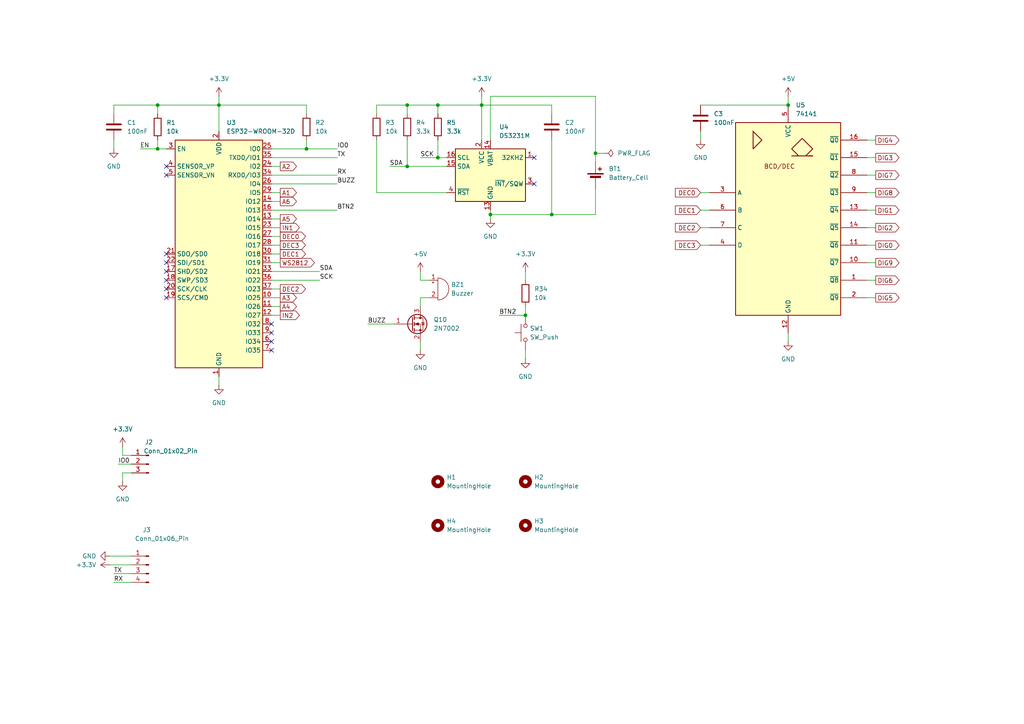
<source format=kicad_sch>
(kicad_sch (version 20231120) (generator "eeschema") (generator_version "8.0")
  (paper "A4")
  (lib_symbols
    (symbol "74xx_IEEE:74141"
      (property "Reference" "U" (at 0 0 0))
      (property "Value" "74141" (at 15.24 -30.48 0))
      (symbol "74141_0_0"
        (polyline (pts (xy 7.112 18.288) (xy 6.096 18.288) (xy 6.096 18.288)) (stroke (width 0.254)) (fill (type background)))
        (polyline (pts (xy -10.16 25.4) (xy -10.16 20.32) (xy -7.62 22.86) (xy -10.16 25.4) (xy -10.16 25.4)) (stroke (width 0.254)) (fill (type background)))
        (polyline (pts (xy 5.08 18.288) (xy 7.112 20.32) (xy 4.064 23.368) (xy 1.016 20.32) (xy 3.048 18.288) (xy 1.016 18.288) (xy 7.112 18.288)) (stroke (width 0.254)) (fill (type background)))
        (text "BCD/DEC" (at -2.54 15.24 0) (effects (font (size 1.27 1.27))))
        (pin power_in line (at 0 -33.02 90) (length 5.08) (name "GND") (number "12"))
        (pin power_in line (at 0 33.02 270) (length 5.08) (name "VCC") (number "5"))
      )
      (symbol "74141_0_1"
        (rectangle (start -15.24 27.94) (end 15.24 -27.94) (stroke (width 0.254)) (fill (type background)))
      )
      (symbol "74141_1_1"
        (pin open_collector line (at 22.86 -17.78 180) (length 7.62) (name "~{Q8}") (number "1"))
        (pin open_collector line (at 22.86 -12.7 180) (length 7.62) (name "~{Q7}") (number "10"))
        (pin open_collector line (at 22.86 -7.62 180) (length 7.62) (name "~{Q6}") (number "11"))
        (pin open_collector line (at 22.86 2.54 180) (length 7.62) (name "~{Q4}") (number "13"))
        (pin open_collector line (at 22.86 -2.54 180) (length 7.62) (name "~{Q5}") (number "14"))
        (pin open_collector line (at 22.86 17.78 180) (length 7.62) (name "~{Q1}") (number "15"))
        (pin open_collector line (at 22.86 22.86 180) (length 7.62) (name "~{Q0}") (number "16"))
        (pin open_collector line (at 22.86 -22.86 180) (length 7.62) (name "~{Q9}") (number "2"))
        (pin input line (at -22.86 7.62 0) (length 7.62) (name "A") (number "3"))
        (pin input line (at -22.86 -7.62 0) (length 7.62) (name "D") (number "4"))
        (pin input line (at -22.86 2.54 0) (length 7.62) (name "B") (number "6"))
        (pin input line (at -22.86 -2.54 0) (length 7.62) (name "C") (number "7"))
        (pin open_collector line (at 22.86 12.7 180) (length 7.62) (name "~{Q2}") (number "8"))
        (pin open_collector line (at 22.86 7.62 180) (length 7.62) (name "~{Q3}") (number "9"))
      )
    )
    (symbol "Connector:Conn_01x03_Pin" (pin_names (offset 1.016) hide)
      (property "Reference" "J" (at 0 5.08 0))
      (property "Value" "Conn_01x03_Pin" (at 0 -5.08 0))
      (symbol "Conn_01x03_Pin_1_1"
        (polyline (pts (xy 1.27 -2.54) (xy 0.8636 -2.54)) (stroke (width 0.1524)))
        (polyline (pts (xy 1.27 0) (xy 0.8636 0)) (stroke (width 0.1524)))
        (polyline (pts (xy 1.27 2.54) (xy 0.8636 2.54)) (stroke (width 0.1524)))
        (rectangle (start 0.8636 -2.413) (end 0 -2.667) (stroke (width 0.1524)) (fill (type outline)))
        (rectangle (start 0.8636 0.127) (end 0 -0.127) (stroke (width 0.1524)) (fill (type outline)))
        (rectangle (start 0.8636 2.667) (end 0 2.413) (stroke (width 0.1524)) (fill (type outline)))
        (pin passive line (at 5.08 2.54 180) (length 3.81) (name "Pin_1") (number "1"))
        (pin passive line (at 5.08 0 180) (length 3.81) (name "Pin_2") (number "2"))
        (pin passive line (at 5.08 -2.54 180) (length 3.81) (name "Pin_3") (number "3"))
      )
    )
    (symbol "Connector:Conn_01x04_Pin" (pin_names (offset 1.016) hide)
      (property "Reference" "J" (at 0 5.08 0))
      (property "Value" "Conn_01x04_Pin" (at 0 -7.62 0))
      (symbol "Conn_01x04_Pin_1_1"
        (polyline (pts (xy 1.27 -5.08) (xy 0.8636 -5.08)) (stroke (width 0.1524)))
        (polyline (pts (xy 1.27 -2.54) (xy 0.8636 -2.54)) (stroke (width 0.1524)))
        (polyline (pts (xy 1.27 0) (xy 0.8636 0)) (stroke (width 0.1524)))
        (polyline (pts (xy 1.27 2.54) (xy 0.8636 2.54)) (stroke (width 0.1524)))
        (rectangle (start 0.8636 -4.953) (end 0 -5.207) (stroke (width 0.1524)) (fill (type outline)))
        (rectangle (start 0.8636 -2.413) (end 0 -2.667) (stroke (width 0.1524)) (fill (type outline)))
        (rectangle (start 0.8636 0.127) (end 0 -0.127) (stroke (width 0.1524)) (fill (type outline)))
        (rectangle (start 0.8636 2.667) (end 0 2.413) (stroke (width 0.1524)) (fill (type outline)))
        (pin passive line (at 5.08 2.54 180) (length 3.81) (name "Pin_1") (number "1"))
        (pin passive line (at 5.08 0 180) (length 3.81) (name "Pin_2") (number "2"))
        (pin passive line (at 5.08 -2.54 180) (length 3.81) (name "Pin_3") (number "3"))
        (pin passive line (at 5.08 -5.08 180) (length 3.81) (name "Pin_4") (number "4"))
      )
    )
    (symbol "Device:Battery_Cell" (pin_numbers hide) (pin_names (offset 0) hide)
      (property "Reference" "BT" (at 2.54 2.54 0))
      (property "Value" "Battery_Cell" (at 2.54 0 0))
      (symbol "Battery_Cell_0_1"
        (rectangle (start -2.286 1.778) (end 2.286 1.524) (fill (type outline)))
        (rectangle (start -1.524 1.016) (end 1.524 0.508) (fill (type outline)))
        (polyline (pts (xy 0 0.762) (xy 0 0)))
        (polyline (pts (xy 0 1.778) (xy 0 2.54)))
        (polyline (pts (xy 0.762 3.048) (xy 1.778 3.048)) (stroke (width 0.254)))
        (polyline (pts (xy 1.27 3.556) (xy 1.27 2.54)) (stroke (width 0.254)))
      )
      (symbol "Battery_Cell_1_1"
        (pin passive line (at 0 5.08 270) (length 2.54) (name "+") (number "1"))
        (pin passive line (at 0 -2.54 90) (length 2.54) (name "-") (number "2"))
      )
    )
    (symbol "Device:Buzzer" (pin_names (offset 0.0254) hide)
      (property "Reference" "BZ" (at 3.81 1.27 0))
      (property "Value" "Buzzer" (at 3.81 -1.27 0))
      (symbol "Buzzer_0_1"
        (arc (start 0 -3.175) (mid 3.1612 0) (end 0 3.175))
        (polyline (pts (xy -1.651 1.905) (xy -1.143 1.905)))
        (polyline (pts (xy -1.397 2.159) (xy -1.397 1.651)))
        (polyline (pts (xy 0 3.175) (xy 0 -3.175)))
      )
      (symbol "Buzzer_1_1"
        (pin passive line (at -2.54 2.54 0) (length 2.54) (name "+") (number "1"))
        (pin passive line (at -2.54 -2.54 0) (length 2.54) (name "-") (number "2"))
      )
    )
    (symbol "Device:C" (pin_numbers hide) (pin_names (offset 0.254))
      (property "Reference" "C" (at 0.635 2.54 0))
      (property "Value" "C" (at 0.635 -2.54 0))
      (symbol "C_0_1"
        (polyline (pts (xy -2.032 -0.762) (xy 2.032 -0.762)) (stroke (width 0.508)))
        (polyline (pts (xy -2.032 0.762) (xy 2.032 0.762)) (stroke (width 0.508)))
      )
      (symbol "C_1_1"
        (pin passive line (at 0 3.81 270) (length 2.794) (name "~") (number "1"))
        (pin passive line (at 0 -3.81 90) (length 2.794) (name "~") (number "2"))
      )
    )
    (symbol "Device:R" (pin_numbers hide) (pin_names (offset 0))
      (property "Reference" "R" (at 2.032 0 90))
      (property "Value" "R" (at 0 0 90))
      (symbol "R_0_1"
        (rectangle (start -1.016 -2.54) (end 1.016 2.54) (stroke (width 0.254)))
      )
      (symbol "R_1_1"
        (pin passive line (at 0 3.81 270) (length 1.27) (name "~") (number "1"))
        (pin passive line (at 0 -3.81 90) (length 1.27) (name "~") (number "2"))
      )
    )
    (symbol "Mechanical:MountingHole" (pin_names (offset 1.016))
      (property "Reference" "H" (at 0 5.08 0))
      (property "Value" "MountingHole" (at 0 3.175 0))
      (symbol "MountingHole_0_1"
        (circle (center 0 0) (radius 1.27) (stroke (width 1.27)))
      )
    )
    (symbol "RF_Module:ESP32-WROOM-32D"
      (property "Reference" "U" (at -12.7 34.29 0))
      (property "Value" "ESP32-WROOM-32D" (at 1.27 34.29 0))
      (symbol "ESP32-WROOM-32D_0_1"
        (rectangle (start -12.7 33.02) (end 12.7 -33.02) (stroke (width 0.254)) (fill (type background)))
      )
      (symbol "ESP32-WROOM-32D_1_1"
        (pin power_in line (at 0 -35.56 90) (length 2.54) (name "GND") (number "1"))
        (pin bidirectional line (at 15.24 -12.7 180) (length 2.54) (name "IO25") (number "10"))
        (pin bidirectional line (at 15.24 -15.24 180) (length 2.54) (name "IO26") (number "11"))
        (pin bidirectional line (at 15.24 -17.78 180) (length 2.54) (name "IO27") (number "12"))
        (pin bidirectional line (at 15.24 10.16 180) (length 2.54) (name "IO14") (number "13"))
        (pin bidirectional line (at 15.24 15.24 180) (length 2.54) (name "IO12") (number "14"))
        (pin passive line (at 0 -35.56 90) (length 2.54) hide (name "GND") (number "15"))
        (pin bidirectional line (at 15.24 12.7 180) (length 2.54) (name "IO13") (number "16"))
        (pin bidirectional line (at -15.24 -5.08 0) (length 2.54) (name "SHD/SD2") (number "17"))
        (pin bidirectional line (at -15.24 -7.62 0) (length 2.54) (name "SWP/SD3") (number "18"))
        (pin bidirectional line (at -15.24 -12.7 0) (length 2.54) (name "SCS/CMD") (number "19"))
        (pin power_in line (at 0 35.56 270) (length 2.54) (name "VDD") (number "2"))
        (pin bidirectional line (at -15.24 -10.16 0) (length 2.54) (name "SCK/CLK") (number "20"))
        (pin bidirectional line (at -15.24 0 0) (length 2.54) (name "SDO/SD0") (number "21"))
        (pin bidirectional line (at -15.24 -2.54 0) (length 2.54) (name "SDI/SD1") (number "22"))
        (pin bidirectional line (at 15.24 7.62 180) (length 2.54) (name "IO15") (number "23"))
        (pin bidirectional line (at 15.24 25.4 180) (length 2.54) (name "IO2") (number "24"))
        (pin bidirectional line (at 15.24 30.48 180) (length 2.54) (name "IO0") (number "25"))
        (pin bidirectional line (at 15.24 20.32 180) (length 2.54) (name "IO4") (number "26"))
        (pin bidirectional line (at 15.24 5.08 180) (length 2.54) (name "IO16") (number "27"))
        (pin bidirectional line (at 15.24 2.54 180) (length 2.54) (name "IO17") (number "28"))
        (pin bidirectional line (at 15.24 17.78 180) (length 2.54) (name "IO5") (number "29"))
        (pin input line (at -15.24 30.48 0) (length 2.54) (name "EN") (number "3"))
        (pin bidirectional line (at 15.24 0 180) (length 2.54) (name "IO18") (number "30"))
        (pin bidirectional line (at 15.24 -2.54 180) (length 2.54) (name "IO19") (number "31"))
        (pin no_connect line (at -12.7 -27.94 0) (length 2.54) hide (name "NC") (number "32"))
        (pin bidirectional line (at 15.24 -5.08 180) (length 2.54) (name "IO21") (number "33"))
        (pin bidirectional line (at 15.24 22.86 180) (length 2.54) (name "RXD0/IO3") (number "34"))
        (pin bidirectional line (at 15.24 27.94 180) (length 2.54) (name "TXD0/IO1") (number "35"))
        (pin bidirectional line (at 15.24 -7.62 180) (length 2.54) (name "IO22") (number "36"))
        (pin bidirectional line (at 15.24 -10.16 180) (length 2.54) (name "IO23") (number "37"))
        (pin passive line (at 0 -35.56 90) (length 2.54) hide (name "GND") (number "38"))
        (pin passive line (at 0 -35.56 90) (length 2.54) hide (name "GND") (number "39"))
        (pin input line (at -15.24 25.4 0) (length 2.54) (name "SENSOR_VP") (number "4"))
        (pin input line (at -15.24 22.86 0) (length 2.54) (name "SENSOR_VN") (number "5"))
        (pin input line (at 15.24 -25.4 180) (length 2.54) (name "IO34") (number "6"))
        (pin input line (at 15.24 -27.94 180) (length 2.54) (name "IO35") (number "7"))
        (pin bidirectional line (at 15.24 -20.32 180) (length 2.54) (name "IO32") (number "8"))
        (pin bidirectional line (at 15.24 -22.86 180) (length 2.54) (name "IO33") (number "9"))
      )
    )
    (symbol "Switch:SW_Push" (pin_numbers hide) (pin_names (offset 1.016) hide)
      (property "Reference" "SW" (at 1.27 2.54 0))
      (property "Value" "SW_Push" (at 0 -1.524 0))
      (symbol "SW_Push_0_1"
        (circle (center -2.032 0) (radius 0.508))
        (polyline (pts (xy 0 1.27) (xy 0 3.048)))
        (polyline (pts (xy 2.54 1.27) (xy -2.54 1.27)))
        (circle (center 2.032 0) (radius 0.508))
        (pin passive line (at -5.08 0 0) (length 2.54) (name "1") (number "1"))
        (pin passive line (at 5.08 0 180) (length 2.54) (name "2") (number "2"))
      )
    )
    (symbol "Timer_RTC:DS3231M"
      (property "Reference" "U" (at -7.62 8.89 0))
      (property "Value" "DS3231M" (at 10.16 8.89 0))
      (symbol "DS3231M_0_1"
        (rectangle (start -10.16 7.62) (end 10.16 -7.62) (stroke (width 0.254)) (fill (type background)))
      )
      (symbol "DS3231M_1_1"
        (pin open_collector line (at 12.7 5.08 180) (length 2.54) (name "32KHZ") (number "1"))
        (pin passive line (at 0 -10.16 90) (length 2.54) hide (name "GND") (number "10"))
        (pin passive line (at 0 -10.16 90) (length 2.54) hide (name "GND") (number "11"))
        (pin passive line (at 0 -10.16 90) (length 2.54) hide (name "GND") (number "12"))
        (pin power_in line (at 0 -10.16 90) (length 2.54) (name "GND") (number "13"))
        (pin power_in line (at 0 10.16 270) (length 2.54) (name "VBAT") (number "14"))
        (pin bidirectional line (at -12.7 2.54 0) (length 2.54) (name "SDA") (number "15"))
        (pin input line (at -12.7 5.08 0) (length 2.54) (name "SCL") (number "16"))
        (pin power_in line (at -2.54 10.16 270) (length 2.54) (name "VCC") (number "2"))
        (pin open_collector line (at 12.7 -2.54 180) (length 2.54) (name "~{INT}/SQW") (number "3"))
        (pin bidirectional line (at -12.7 -5.08 0) (length 2.54) (name "~{RST}") (number "4"))
        (pin passive line (at 0 -10.16 90) (length 2.54) hide (name "GND") (number "5"))
        (pin passive line (at 0 -10.16 90) (length 2.54) hide (name "GND") (number "6"))
        (pin passive line (at 0 -10.16 90) (length 2.54) hide (name "GND") (number "7"))
        (pin passive line (at 0 -10.16 90) (length 2.54) hide (name "GND") (number "8"))
        (pin passive line (at 0 -10.16 90) (length 2.54) hide (name "GND") (number "9"))
      )
    )
    (symbol "Transistor_FET:2N7002" (pin_names hide)
      (property "Reference" "Q" (at 5.08 1.905 0))
      (property "Value" "2N7002" (at 5.08 0 0))
      (symbol "2N7002_0_1"
        (polyline (pts (xy 0.254 0) (xy -2.54 0)))
        (polyline (pts (xy 0.254 1.905) (xy 0.254 -1.905)) (stroke (width 0.254)))
        (polyline (pts (xy 0.762 -1.27) (xy 0.762 -2.286)) (stroke (width 0.254)))
        (polyline (pts (xy 0.762 0.508) (xy 0.762 -0.508)) (stroke (width 0.254)))
        (polyline (pts (xy 0.762 2.286) (xy 0.762 1.27)) (stroke (width 0.254)))
        (polyline (pts (xy 2.54 2.54) (xy 2.54 1.778)))
        (polyline (pts (xy 2.54 -2.54) (xy 2.54 0) (xy 0.762 0)))
        (polyline (pts (xy 0.762 -1.778) (xy 3.302 -1.778) (xy 3.302 1.778) (xy 0.762 1.778)))
        (polyline (pts (xy 1.016 0) (xy 2.032 0.381) (xy 2.032 -0.381) (xy 1.016 0)) (fill (type outline)))
        (polyline (pts (xy 2.794 0.508) (xy 2.921 0.381) (xy 3.683 0.381) (xy 3.81 0.254)))
        (polyline (pts (xy 3.302 0.381) (xy 2.921 -0.254) (xy 3.683 -0.254) (xy 3.302 0.381)))
        (circle (center 1.651 0) (radius 2.794) (stroke (width 0.254)))
        (circle (center 2.54 -1.778) (radius 0.254) (fill (type outline)))
        (circle (center 2.54 1.778) (radius 0.254) (fill (type outline)))
      )
      (symbol "2N7002_1_1"
        (pin input line (at -5.08 0 0) (length 2.54) (name "G") (number "1"))
        (pin passive line (at 2.54 -5.08 90) (length 2.54) (name "S") (number "2"))
        (pin passive line (at 2.54 5.08 270) (length 2.54) (name "D") (number "3"))
      )
    )
    (symbol "power:+3.3V" (power) (pin_numbers hide) (pin_names (offset 0) hide)
      (property "Value" "+3.3V" (at 0 3.556 0))
      (symbol "+3.3V_0_1"
        (polyline (pts (xy -0.762 1.27) (xy 0 2.54)))
        (polyline (pts (xy 0 0) (xy 0 2.54)))
        (polyline (pts (xy 0 2.54) (xy 0.762 1.27)))
      )
      (symbol "+3.3V_1_1"
        (pin power_in line (at 0 0 90) (length 0) (name "~") (number "1"))
      )
    )
    (symbol "power:+5V" (power) (pin_numbers hide) (pin_names (offset 0) hide)
      (property "Value" "+5V" (at 0 3.556 0))
      (symbol "+5V_0_1"
        (polyline (pts (xy -0.762 1.27) (xy 0 2.54)))
        (polyline (pts (xy 0 0) (xy 0 2.54)))
        (polyline (pts (xy 0 2.54) (xy 0.762 1.27)))
      )
      (symbol "+5V_1_1"
        (pin power_in line (at 0 0 90) (length 0) (name "~") (number "1"))
      )
    )
    (symbol "power:GND" (power) (pin_numbers hide) (pin_names (offset 0) hide)
      (property "Value" "GND" (at 0 -3.81 0))
      (symbol "GND_0_1"
        (polyline (pts (xy 0 0) (xy 0 -1.27) (xy 1.27 -1.27) (xy 0 -2.54) (xy -1.27 -1.27) (xy 0 -1.27)))
      )
      (symbol "GND_1_1"
        (pin power_in line (at 0 0 270) (length 0) (name "~") (number "1"))
      )
    )
    (symbol "power:PWR_FLAG" (power) (pin_numbers hide) (pin_names (offset 0) hide)
      (property "Value" "PWR_FLAG" (at 0 3.81 0))
      (symbol "PWR_FLAG_0_0"
        (pin power_out line (at 0 0 90) (length 0) (name "~") (number "1"))
      )
      (symbol "PWR_FLAG_0_1"
        (polyline (pts (xy 0 0) (xy 0 1.27) (xy -1.016 1.905) (xy 0 2.54) (xy 1.016 1.905) (xy 0 1.27)))
      )
    )
  )
  (junction (at 152.4 91.44))
  (junction (at 139.7 30.48))
  (junction (at 127 45.72))
  (junction (at 172.72 44.45))
  (junction (at 228.6 30.48))
  (junction (at 118.11 48.26))
  (junction (at 118.11 30.48))
  (junction (at 142.24 62.23))
  (junction (at 45.72 30.48))
  (junction (at 63.5 30.48))
  (junction (at 127 30.48))
  (junction (at 88.9 43.18))
  (junction (at 45.72 43.18))
  (junction (at 160.02 62.23))
  (no_connect (at 48.26 48.26))
  (no_connect (at 154.94 53.34))
  (no_connect (at 78.74 99.06))
  (no_connect (at 48.26 76.2))
  (no_connect (at 48.26 50.8))
  (no_connect (at 48.26 81.28))
  (no_connect (at 78.74 101.6))
  (no_connect (at 48.26 73.66))
  (no_connect (at 78.74 93.98))
  (no_connect (at 48.26 83.82))
  (no_connect (at 48.26 78.74))
  (no_connect (at 154.94 45.72))
  (no_connect (at 48.26 86.36))
  (no_connect (at 78.74 96.52))
  (wire (pts (xy 251.46 71.12) (xy 254 71.12)))
  (wire (pts (xy 78.74 91.44) (xy 81.28 91.44)))
  (wire (pts (xy 152.4 88.9) (xy 152.4 91.44)))
  (wire (pts (xy 251.46 60.96) (xy 254 60.96)))
  (wire (pts (xy 121.92 45.72) (xy 127 45.72)))
  (wire (pts (xy 78.74 50.8) (xy 97.79 50.8)))
  (wire (pts (xy 109.22 30.48) (xy 109.22 33.02)))
  (wire (pts (xy 118.11 48.26) (xy 129.54 48.26)))
  (wire (pts (xy 172.72 44.45) (xy 172.72 27.94)))
  (wire (pts (xy 78.74 66.04) (xy 81.28 66.04)))
  (wire (pts (xy 142.24 60.96) (xy 142.24 62.23)))
  (wire (pts (xy 139.7 27.94) (xy 139.7 30.48)))
  (wire (pts (xy 152.4 78.74) (xy 152.4 81.28)))
  (wire (pts (xy 118.11 30.48) (xy 118.11 33.02)))
  (wire (pts (xy 121.92 86.36) (xy 121.92 88.9)))
  (wire (pts (xy 78.74 45.72) (xy 97.79 45.72)))
  (wire (pts (xy 78.74 88.9) (xy 81.28 88.9)))
  (wire (pts (xy 139.7 30.48) (xy 160.02 30.48)))
  (wire (pts (xy 203.2 30.48) (xy 228.6 30.48)))
  (wire (pts (xy 160.02 62.23) (xy 142.24 62.23)))
  (wire (pts (xy 33.02 166.37) (xy 38.1 166.37)))
  (wire (pts (xy 109.22 30.48) (xy 118.11 30.48)))
  (wire (pts (xy 251.46 86.36) (xy 254 86.36)))
  (wire (pts (xy 78.74 55.88) (xy 81.28 55.88)))
  (wire (pts (xy 63.5 109.22) (xy 63.5 111.76)))
  (wire (pts (xy 31.75 163.83) (xy 38.1 163.83)))
  (wire (pts (xy 78.74 76.2) (xy 81.28 76.2)))
  (wire (pts (xy 78.74 78.74) (xy 92.71 78.74)))
  (wire (pts (xy 172.72 27.94) (xy 142.24 27.94)))
  (wire (pts (xy 33.02 30.48) (xy 45.72 30.48)))
  (wire (pts (xy 40.64 43.18) (xy 45.72 43.18)))
  (wire (pts (xy 78.74 86.36) (xy 81.28 86.36)))
  (wire (pts (xy 251.46 50.8) (xy 254 50.8)))
  (wire (pts (xy 203.2 38.1) (xy 203.2 40.64)))
  (wire (pts (xy 172.72 54.61) (xy 172.72 62.23)))
  (wire (pts (xy 34.29 134.62) (xy 38.1 134.62)))
  (wire (pts (xy 78.74 73.66) (xy 81.28 73.66)))
  (wire (pts (xy 124.46 86.36) (xy 121.92 86.36)))
  (wire (pts (xy 160.02 33.02) (xy 160.02 30.48)))
  (wire (pts (xy 88.9 30.48) (xy 63.5 30.48)))
  (wire (pts (xy 78.74 58.42) (xy 81.28 58.42)))
  (wire (pts (xy 109.22 55.88) (xy 129.54 55.88)))
  (wire (pts (xy 78.74 53.34) (xy 97.79 53.34)))
  (wire (pts (xy 251.46 40.64) (xy 254 40.64)))
  (wire (pts (xy 172.72 46.99) (xy 172.72 44.45)))
  (wire (pts (xy 63.5 30.48) (xy 63.5 38.1)))
  (wire (pts (xy 33.02 40.64) (xy 33.02 43.18)))
  (wire (pts (xy 33.02 33.02) (xy 33.02 30.48)))
  (wire (pts (xy 33.02 168.91) (xy 38.1 168.91)))
  (wire (pts (xy 251.46 55.88) (xy 254 55.88)))
  (wire (pts (xy 203.2 71.12) (xy 205.74 71.12)))
  (wire (pts (xy 31.75 161.29) (xy 38.1 161.29)))
  (wire (pts (xy 203.2 66.04) (xy 205.74 66.04)))
  (wire (pts (xy 35.56 139.7) (xy 35.56 137.16)))
  (wire (pts (xy 142.24 27.94) (xy 142.24 40.64)))
  (wire (pts (xy 88.9 33.02) (xy 88.9 30.48)))
  (wire (pts (xy 251.46 66.04) (xy 254 66.04)))
  (wire (pts (xy 203.2 60.96) (xy 205.74 60.96)))
  (wire (pts (xy 127 45.72) (xy 129.54 45.72)))
  (wire (pts (xy 78.74 63.5) (xy 81.28 63.5)))
  (wire (pts (xy 38.1 132.08) (xy 35.56 132.08)))
  (wire (pts (xy 78.74 68.58) (xy 81.28 68.58)))
  (wire (pts (xy 88.9 40.64) (xy 88.9 43.18)))
  (wire (pts (xy 139.7 30.48) (xy 139.7 40.64)))
  (wire (pts (xy 172.72 62.23) (xy 160.02 62.23)))
  (wire (pts (xy 113.03 48.26) (xy 118.11 48.26)))
  (wire (pts (xy 45.72 30.48) (xy 63.5 30.48)))
  (wire (pts (xy 144.78 91.44) (xy 152.4 91.44)))
  (wire (pts (xy 228.6 27.94) (xy 228.6 30.48)))
  (wire (pts (xy 88.9 43.18) (xy 97.79 43.18)))
  (wire (pts (xy 121.92 81.28) (xy 124.46 81.28)))
  (wire (pts (xy 127 30.48) (xy 127 33.02)))
  (wire (pts (xy 45.72 30.48) (xy 45.72 33.02)))
  (wire (pts (xy 78.74 60.96) (xy 97.79 60.96)))
  (wire (pts (xy 127 30.48) (xy 139.7 30.48)))
  (wire (pts (xy 251.46 45.72) (xy 254 45.72)))
  (wire (pts (xy 121.92 99.06) (xy 121.92 101.6)))
  (wire (pts (xy 251.46 76.2) (xy 254 76.2)))
  (wire (pts (xy 127 40.64) (xy 127 45.72)))
  (wire (pts (xy 121.92 78.74) (xy 121.92 81.28)))
  (wire (pts (xy 35.56 132.08) (xy 35.56 129.54)))
  (wire (pts (xy 63.5 27.94) (xy 63.5 30.48)))
  (wire (pts (xy 106.68 93.98) (xy 114.3 93.98)))
  (wire (pts (xy 78.74 48.26) (xy 81.28 48.26)))
  (wire (pts (xy 172.72 44.45) (xy 175.26 44.45)))
  (wire (pts (xy 78.74 81.28) (xy 92.71 81.28)))
  (wire (pts (xy 78.74 71.12) (xy 81.28 71.12)))
  (wire (pts (xy 78.74 83.82) (xy 81.28 83.82)))
  (wire (pts (xy 78.74 43.18) (xy 88.9 43.18)))
  (wire (pts (xy 118.11 40.64) (xy 118.11 48.26)))
  (wire (pts (xy 203.2 55.88) (xy 205.74 55.88)))
  (wire (pts (xy 160.02 40.64) (xy 160.02 62.23)))
  (wire (pts (xy 45.72 40.64) (xy 45.72 43.18)))
  (wire (pts (xy 45.72 43.18) (xy 48.26 43.18)))
  (wire (pts (xy 251.46 81.28) (xy 254 81.28)))
  (wire (pts (xy 152.4 101.6) (xy 152.4 104.14)))
  (wire (pts (xy 228.6 96.52) (xy 228.6 99.06)))
  (wire (pts (xy 109.22 40.64) (xy 109.22 55.88)))
  (wire (pts (xy 118.11 30.48) (xy 127 30.48)))
  (wire (pts (xy 35.56 137.16) (xy 38.1 137.16)))
  (wire (pts (xy 142.24 62.23) (xy 142.24 63.5)))
  (label "TX" (at 33.02 166.37 0))
  (label "SDA" (at 113.03 48.26 0))
  (label "SCK" (at 121.92 45.72 0))
  (label "BUZZ" (at 106.68 93.98 0))
  (label "IO0" (at 97.79 43.18 0))
  (label "BUZZ" (at 97.79 53.34 0))
  (label "BTN2" (at 97.79 60.96 0))
  (label "TX" (at 97.79 45.72 0))
  (label "BTN2" (at 144.78 91.44 0))
  (label "EN" (at 40.64 43.18 0))
  (label "SCK" (at 92.71 81.28 0))
  (label "IO0" (at 34.29 134.62 0))
  (label "RX" (at 33.02 168.91 0))
  (label "RX" (at 97.79 50.8 0))
  (label "SDA" (at 92.71 78.74 0))
  (global_label "DIG9" (shape output) (at 254 76.2 0) (property "Intersheetrefs" "${INTERSHEET_REFS}" (effects (hide yes))))
  (global_label "IN2" (shape output) (at 81.28 91.44 0) (property "Intersheetrefs" "${INTERSHEET_REFS}" (effects (hide yes))))
  (global_label "DEC3" (shape output) (at 81.28 71.12 0) (property "Intersheetrefs" "${INTERSHEET_REFS}" (effects (hide yes))))
  (global_label "DIG0" (shape output) (at 254 71.12 0) (property "Intersheetrefs" "${INTERSHEET_REFS}" (effects (hide yes))))
  (global_label "DIG7" (shape output) (at 254 50.8 0) (property "Intersheetrefs" "${INTERSHEET_REFS}" (effects (hide yes))))
  (global_label "DIG3" (shape output) (at 254 45.72 0) (property "Intersheetrefs" "${INTERSHEET_REFS}" (effects (hide yes))))
  (global_label "A1" (shape output) (at 81.28 55.88 0) (property "Intersheetrefs" "${INTERSHEET_REFS}" (effects (hide yes))))
  (global_label "DIG8" (shape output) (at 254 55.88 0) (property "Intersheetrefs" "${INTERSHEET_REFS}" (effects (hide yes))))
  (global_label "DEC2" (shape input) (at 203.2 66.04 180) (property "Intersheetrefs" "${INTERSHEET_REFS}" (effects (hide yes))))
  (global_label "IN1" (shape output) (at 81.28 66.04 0) (property "Intersheetrefs" "${INTERSHEET_REFS}" (effects (hide yes))))
  (global_label "A5" (shape output) (at 81.28 63.5 0) (property "Intersheetrefs" "${INTERSHEET_REFS}" (effects (hide yes))))
  (global_label "DEC1" (shape output) (at 81.28 73.66 0) (property "Intersheetrefs" "${INTERSHEET_REFS}" (effects (hide yes))))
  (global_label "DIG1" (shape output) (at 254 60.96 0) (property "Intersheetrefs" "${INTERSHEET_REFS}" (effects (hide yes))))
  (global_label "DIG2" (shape output) (at 254 66.04 0) (property "Intersheetrefs" "${INTERSHEET_REFS}" (effects (hide yes))))
  (global_label "DEC1" (shape input) (at 203.2 60.96 180) (property "Intersheetrefs" "${INTERSHEET_REFS}" (effects (hide yes))))
  (global_label "DEC0" (shape input) (at 203.2 55.88 180) (property "Intersheetrefs" "${INTERSHEET_REFS}" (effects (hide yes))))
  (global_label "DEC2" (shape output) (at 81.28 83.82 0) (property "Intersheetrefs" "${INTERSHEET_REFS}" (effects (hide yes))))
  (global_label "DIG4" (shape output) (at 254 40.64 0) (property "Intersheetrefs" "${INTERSHEET_REFS}" (effects (hide yes))))
  (global_label "DIG6" (shape output) (at 254 81.28 0) (property "Intersheetrefs" "${INTERSHEET_REFS}" (effects (hide yes))))
  (global_label "WS2812" (shape output) (at 81.28 76.2 0) (property "Intersheetrefs" "${INTERSHEET_REFS}" (effects (hide yes))))
  (global_label "A2" (shape output) (at 81.28 48.26 0) (property "Intersheetrefs" "${INTERSHEET_REFS}" (effects (hide yes))))
  (global_label "DIG5" (shape output) (at 254 86.36 0) (property "Intersheetrefs" "${INTERSHEET_REFS}" (effects (hide yes))))
  (global_label "A3" (shape output) (at 81.28 86.36 0) (property "Intersheetrefs" "${INTERSHEET_REFS}" (effects (hide yes))))
  (global_label "A6" (shape output) (at 81.28 58.42 0) (property "Intersheetrefs" "${INTERSHEET_REFS}" (effects (hide yes))))
  (global_label "A4" (shape output) (at 81.28 88.9 0) (property "Intersheetrefs" "${INTERSHEET_REFS}" (effects (hide yes))))
  (global_label "DEC0" (shape output) (at 81.28 68.58 0) (property "Intersheetrefs" "${INTERSHEET_REFS}" (effects (hide yes))))
  (global_label "DEC3" (shape input) (at 203.2 71.12 180) (property "Intersheetrefs" "${INTERSHEET_REFS}" (effects (hide yes))))
  (symbol (lib_id "Device:R") (at 152.4 85.09 0) (unit 1)
    (property "Reference" "R34" (at 154.94 83.82 0) (effects (justify left)))
    (property "Value" "10k" (at 154.94 86.36 0) (effects (justify left)))
    (property "Footprint" "Resistor_SMD:R_0805_2012Metric_Pad1.20x1.40mm_HandSolder" (effects (hide yes)))
  )
  (symbol (lib_id "Device:Battery_Cell") (at 172.72 52.07 0) (unit 1)
    (property "Reference" "BT1" (at 176.53 48.9585 0) (effects (justify left)))
    (property "Value" "Battery_Cell" (at 176.53 51.4985 0) (effects (justify left)))
    (property "Footprint" "project_library:CR1220_battery_holder" (effects (hide yes)))
  )
  (symbol (lib_id "power:GND") (at 203.2 40.64 0) (unit 1)
    (property "Reference" "#PWR020" (effects (hide yes)))
    (property "Value" "GND" (at 203.2 45.72 0))
    (property "Description" "Power symbol creates a global label with name \"GND\" , ground" (effects (hide yes)))
  )
  (symbol (lib_id "Device:C") (at 33.02 36.83 0) (unit 1)
    (property "Reference" "C1" (at 36.83 35.56 0) (effects (justify left)))
    (property "Value" "100nF" (at 36.83 38.1 0) (effects (justify left)))
    (property "Footprint" "Capacitor_SMD:C_0805_2012Metric_Pad1.18x1.45mm_HandSolder" (effects (hide yes)))
  )
  (symbol (lib_id "Mechanical:MountingHole") (at 152.4 152.4 0) (unit 1)
    (property "Reference" "H3" (at 154.94 151.13 0) (effects (justify left)))
    (property "Value" "MountingHole" (at 154.94 153.67 0) (effects (justify left)))
    (property "Footprint" "MountingHole:MountingHole_3.2mm_M3" (effects (hide yes)))
  )
  (symbol (lib_id "RF_Module:ESP32-WROOM-32D") (at 63.5 73.66 0) (unit 1)
    (property "Reference" "U3" (at 65.6941 35.56 0) (effects (justify left)))
    (property "Value" "ESP32-WROOM-32D" (at 65.6941 38.1 0) (effects (justify left)))
    (property "Footprint" "RF_Module:ESP32-WROOM-32D" (effects (hide yes)))
    (property "Datasheet" "https://www.espressif.com/sites/default/files/documentation/esp32-wroom-32d_esp32-wroom-32u_datasheet_en.pdf" (effects (hide yes)))
  )
  (symbol (lib_id "power:GND") (at 152.4 104.14 0) (unit 1)
    (property "Reference" "#PWR027" (effects (hide yes)))
    (property "Value" "GND" (at 152.4 109.22 0))
    (property "Description" "Power symbol creates a global label with name \"GND\" , ground" (effects (hide yes)))
  )
  (symbol (lib_id "Switch:SW_Push") (at 152.4 96.52 90) (unit 1)
    (property "Reference" "SW1" (at 153.67 95.25 90) (effects (justify right)))
    (property "Value" "SW_Push" (at 153.67 97.79 90) (effects (justify right)))
    (property "Footprint" "Button_Switch_SMD:SW_Push_1P1T_NO_6x6mm_H9.5mm" (effects (hide yes)))
  )
  (symbol (lib_id "Timer_RTC:DS3231M") (at 142.24 50.8 0) (unit 1)
    (property "Reference" "U4" (at 144.78 36.83 0) (effects (justify left)))
    (property "Value" "DS3231M" (at 144.78 39.37 0) (effects (justify left)))
    (property "Footprint" "Package_SO:SOIC-16W_7.5x10.3mm_P1.27mm" (effects (hide yes)))
    (property "Datasheet" "http://datasheets.maximintegrated.com/en/ds/DS3231.pdf" (effects (hide yes)))
  )
  (symbol (lib_id "Transistor_FET:2N7002") (at 119.38 93.98 0) (unit 1)
    (property "Reference" "Q10" (at 125.73 92.71 0) (effects (justify left)))
    (property "Value" "2N7002" (at 125.73 95.25 0) (effects (justify left)))
    (property "Footprint" "Package_TO_SOT_SMD:SOT-23" (effects (hide yes)))
    (property "Datasheet" "https://www.onsemi.com/pub/Collateral/NDS7002A-D.PDF" (effects (hide yes)))
  )
  (symbol (lib_id "power:+3.3V") (at 63.5 27.94 0) (unit 1)
    (property "Reference" "#PWR08" (effects (hide yes)))
    (property "Value" "+3.3V" (at 63.5 22.86 0))
    (property "Description" "Power symbol creates a global label with name \"+3.3V\"" (effects (hide yes)))
  )
  (symbol (lib_id "power:+5V") (at 121.92 78.74 0) (unit 1)
    (property "Reference" "#PWR030" (effects (hide yes)))
    (property "Value" "+5V" (at 121.92 73.66 0))
    (property "Description" "Power symbol creates a global label with name \"+5V\"" (effects (hide yes)))
  )
  (symbol (lib_id "Device:R") (at 127 36.83 0) (unit 1)
    (property "Reference" "R5" (at 129.54 35.56 0) (effects (justify left)))
    (property "Value" "3.3k" (at 129.54 38.1 0) (effects (justify left)))
    (property "Footprint" "Resistor_SMD:R_0805_2012Metric_Pad1.20x1.40mm_HandSolder" (effects (hide yes)))
  )
  (symbol (lib_id "Mechanical:MountingHole") (at 127 152.4 0) (unit 1)
    (property "Reference" "H4" (at 129.54 151.13 0) (effects (justify left)))
    (property "Value" "MountingHole" (at 129.54 153.67 0) (effects (justify left)))
    (property "Footprint" "MountingHole:MountingHole_3.2mm_M3" (effects (hide yes)))
  )
  (symbol (lib_id "power:GND") (at 35.56 139.7 0) (unit 1)
    (property "Reference" "#PWR012" (effects (hide yes)))
    (property "Value" "GND" (at 35.56 144.78 0))
    (property "Description" "Power symbol creates a global label with name \"GND\" , ground" (effects (hide yes)))
  )
  (symbol (lib_id "Mechanical:MountingHole") (at 152.4 139.7 0) (unit 1)
    (property "Reference" "H2" (at 154.94 138.43 0) (effects (justify left)))
    (property "Value" "MountingHole" (at 154.94 140.97 0) (effects (justify left)))
    (property "Footprint" "MountingHole:MountingHole_3.2mm_M3" (effects (hide yes)))
  )
  (symbol (lib_id "power:GND") (at 121.92 101.6 0) (unit 1)
    (property "Reference" "#PWR031" (effects (hide yes)))
    (property "Value" "GND" (at 121.92 106.68 0))
    (property "Description" "Power symbol creates a global label with name \"GND\" , ground" (effects (hide yes)))
  )
  (symbol (lib_id "power:+3.3V") (at 139.7 27.94 0) (unit 1)
    (property "Reference" "#PWR011" (effects (hide yes)))
    (property "Value" "+3.3V" (at 139.7 22.86 0))
    (property "Description" "Power symbol creates a global label with name \"+3.3V\"" (effects (hide yes)))
  )
  (symbol (lib_id "Device:R") (at 109.22 36.83 0) (unit 1)
    (property "Reference" "R3" (at 111.76 35.56 0) (effects (justify left)))
    (property "Value" "10k" (at 111.76 38.1 0) (effects (justify left)))
    (property "Footprint" "Resistor_SMD:R_0805_2012Metric_Pad1.20x1.40mm_HandSolder" (effects (hide yes)))
  )
  (symbol (lib_id "power:+3.3V") (at 31.75 163.83 90) (unit 1)
    (property "Reference" "#PWR014" (effects (hide yes)))
    (property "Value" "+3.3V" (at 27.94 163.83 90) (effects (justify left)))
    (property "Description" "Power symbol creates a global label with name \"+3.3V\"" (effects (hide yes)))
  )
  (symbol (lib_id "Connector:Conn_01x04_Pin") (at 43.18 163.83 0) (mirror y) (unit 1)
    (property "Reference" "J3" (at 42.545 153.67 0))
    (property "Value" "Conn_01x06_Pin" (at 46.99 156.21 0))
    (property "Footprint" "Connector_PinHeader_2.54mm:PinHeader_1x04_P2.54mm_Vertical" (effects (hide yes)))
  )
  (symbol (lib_id "power:GND") (at 33.02 43.18 0) (unit 1)
    (property "Reference" "#PWR019" (effects (hide yes)))
    (property "Value" "GND" (at 33.02 48.26 0))
    (property "Description" "Power symbol creates a global label with name \"GND\" , ground" (effects (hide yes)))
  )
  (symbol (lib_id "Device:R") (at 45.72 36.83 0) (unit 1)
    (property "Reference" "R1" (at 48.26 35.56 0) (effects (justify left)))
    (property "Value" "10k" (at 48.26 38.1 0) (effects (justify left)))
    (property "Footprint" "Resistor_SMD:R_0805_2012Metric_Pad1.20x1.40mm_HandSolder" (effects (hide yes)))
  )
  (symbol (lib_id "Device:R") (at 118.11 36.83 0) (unit 1)
    (property "Reference" "R4" (at 120.65 35.56 0) (effects (justify left)))
    (property "Value" "3.3k" (at 120.65 38.1 0) (effects (justify left)))
    (property "Footprint" "Resistor_SMD:R_0805_2012Metric_Pad1.20x1.40mm_HandSolder" (effects (hide yes)))
  )
  (symbol (lib_id "Device:Buzzer") (at 127 83.82 0) (unit 1)
    (property "Reference" "BZ1" (at 130.81 82.55 0) (effects (justify left)))
    (property "Value" "Buzzer" (at 130.81 85.09 0) (effects (justify left)))
    (property "Footprint" "Buzzer_Beeper:MagneticBuzzer_PUI_AT-0927-TT-6-R" (effects (hide yes)))
  )
  (symbol (lib_id "power:GND") (at 228.6 99.06 0) (unit 1)
    (property "Reference" "#PWR023" (effects (hide yes)))
    (property "Value" "GND" (at 228.6 104.14 0))
    (property "Description" "Power symbol creates a global label with name \"GND\" , ground" (effects (hide yes)))
  )
  (symbol (lib_id "74xx_IEEE:74141") (at 228.6 63.5 0) (unit 1)
    (property "Reference" "U5" (at 230.7941 30.48 0) (effects (justify left)))
    (property "Value" "74141" (at 230.7941 33.02 0) (effects (justify left)))
    (property "Footprint" "Package_DIP:DIP-16_W7.62mm" (effects (hide yes)))
  )
  (symbol (lib_id "Mechanical:MountingHole") (at 127 139.7 0) (unit 1)
    (property "Reference" "H1" (at 129.54 138.43 0) (effects (justify left)))
    (property "Value" "MountingHole" (at 129.54 140.97 0) (effects (justify left)))
    (property "Footprint" "MountingHole:MountingHole_3.2mm_M3" (effects (hide yes)))
  )
  (symbol (lib_id "Device:C") (at 203.2 34.29 0) (unit 1)
    (property "Reference" "C3" (at 207.01 33.02 0) (effects (justify left)))
    (property "Value" "100nF" (at 207.01 35.56 0) (effects (justify left)))
    (property "Footprint" "Capacitor_SMD:C_0805_2012Metric_Pad1.18x1.45mm_HandSolder" (effects (hide yes)))
  )
  (symbol (lib_id "Connector:Conn_01x03_Pin") (at 43.18 134.62 0) (mirror y) (unit 1)
    (property "Reference" "J2" (at 43.18 128.27 0))
    (property "Value" "Conn_01x02_Pin" (at 49.53 130.81 0))
    (property "Footprint" "Connector_PinHeader_2.54mm:PinHeader_1x03_P2.54mm_Vertical" (effects (hide yes)))
  )
  (symbol (lib_id "power:+5V") (at 228.6 27.94 0) (unit 1)
    (property "Reference" "#PWR024" (effects (hide yes)))
    (property "Value" "+5V" (at 228.6 22.86 0))
    (property "Description" "Power symbol creates a global label with name \"+5V\"" (effects (hide yes)))
  )
  (symbol (lib_id "power:GND") (at 142.24 63.5 0) (unit 1)
    (property "Reference" "#PWR010" (effects (hide yes)))
    (property "Value" "GND" (at 142.24 68.58 0))
    (property "Description" "Power symbol creates a global label with name \"GND\" , ground" (effects (hide yes)))
  )
  (symbol (lib_id "power:+3.3V") (at 152.4 78.74 0) (unit 1)
    (property "Reference" "#PWR022" (effects (hide yes)))
    (property "Value" "+3.3V" (at 152.4 73.66 0))
    (property "Description" "Power symbol creates a global label with name \"+3.3V\"" (effects (hide yes)))
  )
  (symbol (lib_id "Device:R") (at 88.9 36.83 0) (unit 1)
    (property "Reference" "R2" (at 91.44 35.56 0) (effects (justify left)))
    (property "Value" "10k" (at 91.44 38.1 0) (effects (justify left)))
    (property "Footprint" "Resistor_SMD:R_0805_2012Metric_Pad1.20x1.40mm_HandSolder" (effects (hide yes)))
  )
  (symbol (lib_id "Device:C") (at 160.02 36.83 0) (unit 1)
    (property "Reference" "C2" (at 163.83 35.56 0) (effects (justify left)))
    (property "Value" "100nF" (at 163.83 38.1 0) (effects (justify left)))
    (property "Footprint" "Capacitor_SMD:C_0805_2012Metric_Pad1.18x1.45mm_HandSolder" (effects (hide yes)))
  )
  (symbol (lib_id "power:GND") (at 63.5 111.76 0) (unit 1)
    (property "Reference" "#PWR09" (effects (hide yes)))
    (property "Value" "GND" (at 63.5 116.84 0))
    (property "Description" "Power symbol creates a global label with name \"GND\" , ground" (effects (hide yes)))
  )
  (symbol (lib_id "power:GND") (at 31.75 161.29 270) (unit 1)
    (property "Reference" "#PWR013" (effects (hide yes)))
    (property "Value" "GND" (at 27.94 161.29 90) (effects (justify right)))
    (property "Description" "Power symbol creates a global label with name \"GND\" , ground" (effects (hide yes)))
  )
  (symbol (lib_id "power:+3.3V") (at 35.56 129.54 0) (unit 1)
    (property "Reference" "#PWR032" (effects (hide yes)))
    (property "Value" "+3.3V" (at 35.56 124.46 0))
    (property "Description" "Power symbol creates a global label with name \"+3.3V\"" (effects (hide yes)))
  )
  (symbol (lib_id "power:PWR_FLAG") (at 175.26 44.45 270) (unit 1)
    (property "Reference" "#FLG03" (effects (hide yes)))
    (property "Value" "PWR_FLAG" (at 179.07 44.45 90) (effects (justify left)))
    (property "Description" "Special symbol for telling ERC where power comes from" (effects (hide yes)))
  )
)
</source>
